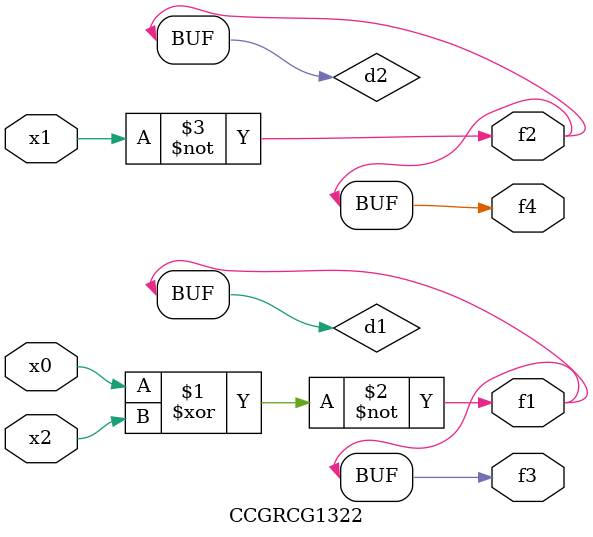
<source format=v>
module CCGRCG1322(
	input x0, x1, x2,
	output f1, f2, f3, f4
);

	wire d1, d2, d3;

	xnor (d1, x0, x2);
	nand (d2, x1);
	nor (d3, x1, x2);
	assign f1 = d1;
	assign f2 = d2;
	assign f3 = d1;
	assign f4 = d2;
endmodule

</source>
